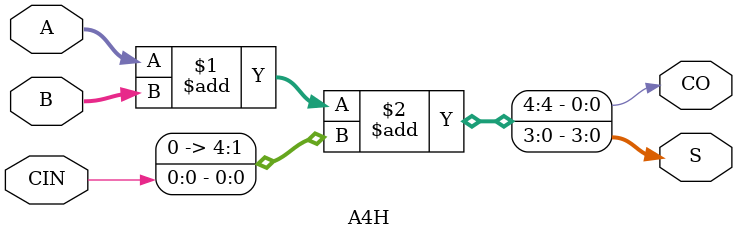
<source format=v>

`timescale 1ns/100ps

module A4H(
	input [3:0] A,
	input [3:0] B,
	input CIN,
	output [3:0] S,
	output CO
);

assign {CO, S} = A + B + {3'd0, CIN};	// tmax = 8.2ns

endmodule

</source>
